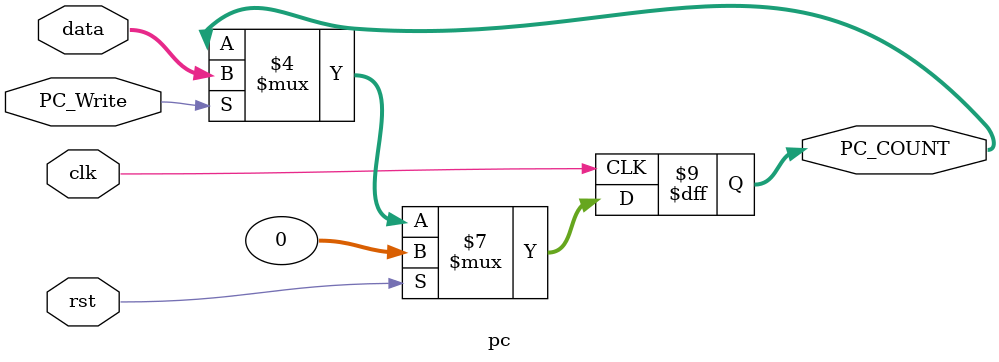
<source format=sv>
`timescale 1ns / 1ps

module pc(
input clk, rst, PC_Write,
input [31:0] data,
output logic [31:0] PC_COUNT
    );
    always_ff @ (posedge clk)
    begin
        if (rst == 1) PC_COUNT <= 0;
	  else if (PC_Write == 1) PC_COUNT <= data;
    end
endmodule



</source>
